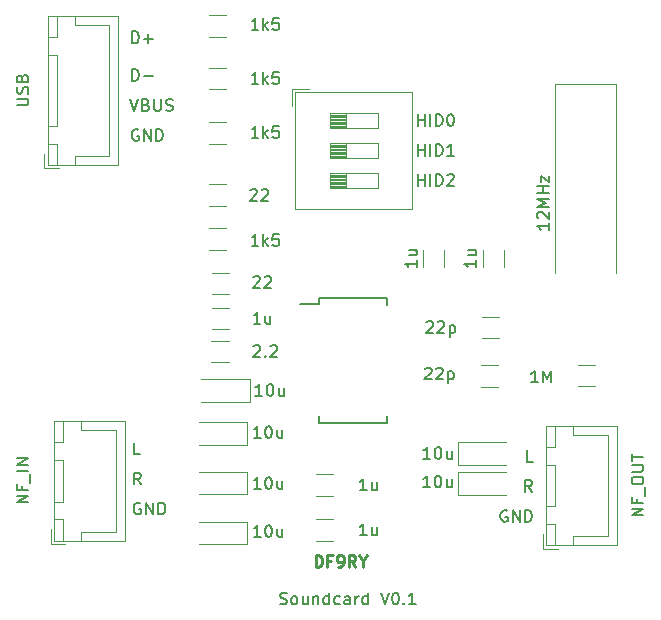
<source format=gbr>
%TF.GenerationSoftware,KiCad,Pcbnew,6.0.11+dfsg-1*%
%TF.CreationDate,2024-01-30T14:39:01+01:00*%
%TF.ProjectId,Langstone-Soundcard,4c616e67-7374-46f6-9e65-2d536f756e64,rev?*%
%TF.SameCoordinates,Original*%
%TF.FileFunction,Legend,Top*%
%TF.FilePolarity,Positive*%
%FSLAX46Y46*%
G04 Gerber Fmt 4.6, Leading zero omitted, Abs format (unit mm)*
G04 Created by KiCad (PCBNEW 6.0.11+dfsg-1) date 2024-01-30 14:39:01*
%MOMM*%
%LPD*%
G01*
G04 APERTURE LIST*
%ADD10C,0.150000*%
%ADD11C,0.250000*%
%ADD12C,0.120000*%
G04 APERTURE END LIST*
D10*
X109370595Y-66612380D02*
X109370595Y-65612380D01*
X109608690Y-65612380D01*
X109751547Y-65660000D01*
X109846785Y-65755238D01*
X109894404Y-65850476D01*
X109942023Y-66040952D01*
X109942023Y-66183809D01*
X109894404Y-66374285D01*
X109846785Y-66469523D01*
X109751547Y-66564761D01*
X109608690Y-66612380D01*
X109370595Y-66612380D01*
X110370595Y-66231428D02*
X111132500Y-66231428D01*
X110751547Y-66612380D02*
X110751547Y-65850476D01*
X110079404Y-105545000D02*
X109984166Y-105497380D01*
X109841309Y-105497380D01*
X109698452Y-105545000D01*
X109603214Y-105640238D01*
X109555595Y-105735476D01*
X109507976Y-105925952D01*
X109507976Y-106068809D01*
X109555595Y-106259285D01*
X109603214Y-106354523D01*
X109698452Y-106449761D01*
X109841309Y-106497380D01*
X109936547Y-106497380D01*
X110079404Y-106449761D01*
X110127023Y-106402142D01*
X110127023Y-106068809D01*
X109936547Y-106068809D01*
X110555595Y-106497380D02*
X110555595Y-105497380D01*
X111127023Y-106497380D01*
X111127023Y-105497380D01*
X111603214Y-106497380D02*
X111603214Y-105497380D01*
X111841309Y-105497380D01*
X111984166Y-105545000D01*
X112079404Y-105640238D01*
X112127023Y-105735476D01*
X112174642Y-105925952D01*
X112174642Y-106068809D01*
X112127023Y-106259285D01*
X112079404Y-106354523D01*
X111984166Y-106449761D01*
X111841309Y-106497380D01*
X111603214Y-106497380D01*
X109370595Y-69787380D02*
X109370595Y-68787380D01*
X109608690Y-68787380D01*
X109751547Y-68835000D01*
X109846785Y-68930238D01*
X109894404Y-69025476D01*
X109942023Y-69215952D01*
X109942023Y-69358809D01*
X109894404Y-69549285D01*
X109846785Y-69644523D01*
X109751547Y-69739761D01*
X109608690Y-69787380D01*
X109370595Y-69787380D01*
X110370595Y-69406428D02*
X111132500Y-69406428D01*
X143317261Y-102052380D02*
X142841071Y-102052380D01*
X142841071Y-101052380D01*
D11*
X124904761Y-110942380D02*
X124904761Y-109942380D01*
X125142857Y-109942380D01*
X125285714Y-109990000D01*
X125380952Y-110085238D01*
X125428571Y-110180476D01*
X125476190Y-110370952D01*
X125476190Y-110513809D01*
X125428571Y-110704285D01*
X125380952Y-110799523D01*
X125285714Y-110894761D01*
X125142857Y-110942380D01*
X124904761Y-110942380D01*
X126238095Y-110418571D02*
X125904761Y-110418571D01*
X125904761Y-110942380D02*
X125904761Y-109942380D01*
X126380952Y-109942380D01*
X126809523Y-110942380D02*
X127000000Y-110942380D01*
X127095238Y-110894761D01*
X127142857Y-110847142D01*
X127238095Y-110704285D01*
X127285714Y-110513809D01*
X127285714Y-110132857D01*
X127238095Y-110037619D01*
X127190476Y-109990000D01*
X127095238Y-109942380D01*
X126904761Y-109942380D01*
X126809523Y-109990000D01*
X126761904Y-110037619D01*
X126714285Y-110132857D01*
X126714285Y-110370952D01*
X126761904Y-110466190D01*
X126809523Y-110513809D01*
X126904761Y-110561428D01*
X127095238Y-110561428D01*
X127190476Y-110513809D01*
X127238095Y-110466190D01*
X127285714Y-110370952D01*
X128285714Y-110942380D02*
X127952380Y-110466190D01*
X127714285Y-110942380D02*
X127714285Y-109942380D01*
X128095238Y-109942380D01*
X128190476Y-109990000D01*
X128238095Y-110037619D01*
X128285714Y-110132857D01*
X128285714Y-110275714D01*
X128238095Y-110370952D01*
X128190476Y-110418571D01*
X128095238Y-110466190D01*
X127714285Y-110466190D01*
X128904761Y-110466190D02*
X128904761Y-110942380D01*
X128571428Y-109942380D02*
X128904761Y-110466190D01*
X129238095Y-109942380D01*
D10*
X110031785Y-101417380D02*
X109555595Y-101417380D01*
X109555595Y-100417380D01*
X121896904Y-114069761D02*
X122039761Y-114117380D01*
X122277857Y-114117380D01*
X122373095Y-114069761D01*
X122420714Y-114022142D01*
X122468333Y-113926904D01*
X122468333Y-113831666D01*
X122420714Y-113736428D01*
X122373095Y-113688809D01*
X122277857Y-113641190D01*
X122087380Y-113593571D01*
X121992142Y-113545952D01*
X121944523Y-113498333D01*
X121896904Y-113403095D01*
X121896904Y-113307857D01*
X121944523Y-113212619D01*
X121992142Y-113165000D01*
X122087380Y-113117380D01*
X122325476Y-113117380D01*
X122468333Y-113165000D01*
X123039761Y-114117380D02*
X122944523Y-114069761D01*
X122896904Y-114022142D01*
X122849285Y-113926904D01*
X122849285Y-113641190D01*
X122896904Y-113545952D01*
X122944523Y-113498333D01*
X123039761Y-113450714D01*
X123182619Y-113450714D01*
X123277857Y-113498333D01*
X123325476Y-113545952D01*
X123373095Y-113641190D01*
X123373095Y-113926904D01*
X123325476Y-114022142D01*
X123277857Y-114069761D01*
X123182619Y-114117380D01*
X123039761Y-114117380D01*
X124230238Y-113450714D02*
X124230238Y-114117380D01*
X123801666Y-113450714D02*
X123801666Y-113974523D01*
X123849285Y-114069761D01*
X123944523Y-114117380D01*
X124087380Y-114117380D01*
X124182619Y-114069761D01*
X124230238Y-114022142D01*
X124706428Y-113450714D02*
X124706428Y-114117380D01*
X124706428Y-113545952D02*
X124754047Y-113498333D01*
X124849285Y-113450714D01*
X124992142Y-113450714D01*
X125087380Y-113498333D01*
X125135000Y-113593571D01*
X125135000Y-114117380D01*
X126039761Y-114117380D02*
X126039761Y-113117380D01*
X126039761Y-114069761D02*
X125944523Y-114117380D01*
X125754047Y-114117380D01*
X125658809Y-114069761D01*
X125611190Y-114022142D01*
X125563571Y-113926904D01*
X125563571Y-113641190D01*
X125611190Y-113545952D01*
X125658809Y-113498333D01*
X125754047Y-113450714D01*
X125944523Y-113450714D01*
X126039761Y-113498333D01*
X126944523Y-114069761D02*
X126849285Y-114117380D01*
X126658809Y-114117380D01*
X126563571Y-114069761D01*
X126515952Y-114022142D01*
X126468333Y-113926904D01*
X126468333Y-113641190D01*
X126515952Y-113545952D01*
X126563571Y-113498333D01*
X126658809Y-113450714D01*
X126849285Y-113450714D01*
X126944523Y-113498333D01*
X127801666Y-114117380D02*
X127801666Y-113593571D01*
X127754047Y-113498333D01*
X127658809Y-113450714D01*
X127468333Y-113450714D01*
X127373095Y-113498333D01*
X127801666Y-114069761D02*
X127706428Y-114117380D01*
X127468333Y-114117380D01*
X127373095Y-114069761D01*
X127325476Y-113974523D01*
X127325476Y-113879285D01*
X127373095Y-113784047D01*
X127468333Y-113736428D01*
X127706428Y-113736428D01*
X127801666Y-113688809D01*
X128277857Y-114117380D02*
X128277857Y-113450714D01*
X128277857Y-113641190D02*
X128325476Y-113545952D01*
X128373095Y-113498333D01*
X128468333Y-113450714D01*
X128563571Y-113450714D01*
X129325476Y-114117380D02*
X129325476Y-113117380D01*
X129325476Y-114069761D02*
X129230238Y-114117380D01*
X129039761Y-114117380D01*
X128944523Y-114069761D01*
X128896904Y-114022142D01*
X128849285Y-113926904D01*
X128849285Y-113641190D01*
X128896904Y-113545952D01*
X128944523Y-113498333D01*
X129039761Y-113450714D01*
X129230238Y-113450714D01*
X129325476Y-113498333D01*
X130420714Y-113117380D02*
X130754047Y-114117380D01*
X131087380Y-113117380D01*
X131611190Y-113117380D02*
X131706428Y-113117380D01*
X131801666Y-113165000D01*
X131849285Y-113212619D01*
X131896904Y-113307857D01*
X131944523Y-113498333D01*
X131944523Y-113736428D01*
X131896904Y-113926904D01*
X131849285Y-114022142D01*
X131801666Y-114069761D01*
X131706428Y-114117380D01*
X131611190Y-114117380D01*
X131515952Y-114069761D01*
X131468333Y-114022142D01*
X131420714Y-113926904D01*
X131373095Y-113736428D01*
X131373095Y-113498333D01*
X131420714Y-113307857D01*
X131468333Y-113212619D01*
X131515952Y-113165000D01*
X131611190Y-113117380D01*
X132373095Y-114022142D02*
X132420714Y-114069761D01*
X132373095Y-114117380D01*
X132325476Y-114069761D01*
X132373095Y-114022142D01*
X132373095Y-114117380D01*
X133373095Y-114117380D02*
X132801666Y-114117380D01*
X133087380Y-114117380D02*
X133087380Y-113117380D01*
X132992142Y-113260238D01*
X132896904Y-113355476D01*
X132801666Y-113403095D01*
X133570000Y-73597380D02*
X133570000Y-72597380D01*
X133570000Y-73073571D02*
X134141428Y-73073571D01*
X134141428Y-73597380D02*
X134141428Y-72597380D01*
X134617619Y-73597380D02*
X134617619Y-72597380D01*
X135093809Y-73597380D02*
X135093809Y-72597380D01*
X135331904Y-72597380D01*
X135474761Y-72645000D01*
X135570000Y-72740238D01*
X135617619Y-72835476D01*
X135665238Y-73025952D01*
X135665238Y-73168809D01*
X135617619Y-73359285D01*
X135570000Y-73454523D01*
X135474761Y-73549761D01*
X135331904Y-73597380D01*
X135093809Y-73597380D01*
X136284285Y-72597380D02*
X136379523Y-72597380D01*
X136474761Y-72645000D01*
X136522380Y-72692619D01*
X136570000Y-72787857D01*
X136617619Y-72978333D01*
X136617619Y-73216428D01*
X136570000Y-73406904D01*
X136522380Y-73502142D01*
X136474761Y-73549761D01*
X136379523Y-73597380D01*
X136284285Y-73597380D01*
X136189047Y-73549761D01*
X136141428Y-73502142D01*
X136093809Y-73406904D01*
X136046190Y-73216428D01*
X136046190Y-72978333D01*
X136093809Y-72787857D01*
X136141428Y-72692619D01*
X136189047Y-72645000D01*
X136284285Y-72597380D01*
X141126785Y-106180000D02*
X141031547Y-106132380D01*
X140888690Y-106132380D01*
X140745833Y-106180000D01*
X140650595Y-106275238D01*
X140602976Y-106370476D01*
X140555357Y-106560952D01*
X140555357Y-106703809D01*
X140602976Y-106894285D01*
X140650595Y-106989523D01*
X140745833Y-107084761D01*
X140888690Y-107132380D01*
X140983928Y-107132380D01*
X141126785Y-107084761D01*
X141174404Y-107037142D01*
X141174404Y-106703809D01*
X140983928Y-106703809D01*
X141602976Y-107132380D02*
X141602976Y-106132380D01*
X142174404Y-107132380D01*
X142174404Y-106132380D01*
X142650595Y-107132380D02*
X142650595Y-106132380D01*
X142888690Y-106132380D01*
X143031547Y-106180000D01*
X143126785Y-106275238D01*
X143174404Y-106370476D01*
X143222023Y-106560952D01*
X143222023Y-106703809D01*
X143174404Y-106894285D01*
X143126785Y-106989523D01*
X143031547Y-107084761D01*
X142888690Y-107132380D01*
X142650595Y-107132380D01*
X133570000Y-78677380D02*
X133570000Y-77677380D01*
X133570000Y-78153571D02*
X134141428Y-78153571D01*
X134141428Y-78677380D02*
X134141428Y-77677380D01*
X134617619Y-78677380D02*
X134617619Y-77677380D01*
X135093809Y-78677380D02*
X135093809Y-77677380D01*
X135331904Y-77677380D01*
X135474761Y-77725000D01*
X135570000Y-77820238D01*
X135617619Y-77915476D01*
X135665238Y-78105952D01*
X135665238Y-78248809D01*
X135617619Y-78439285D01*
X135570000Y-78534523D01*
X135474761Y-78629761D01*
X135331904Y-78677380D01*
X135093809Y-78677380D01*
X136046190Y-77772619D02*
X136093809Y-77725000D01*
X136189047Y-77677380D01*
X136427142Y-77677380D01*
X136522380Y-77725000D01*
X136570000Y-77772619D01*
X136617619Y-77867857D01*
X136617619Y-77963095D01*
X136570000Y-78105952D01*
X135998571Y-78677380D01*
X136617619Y-78677380D01*
X109227738Y-71327380D02*
X109561071Y-72327380D01*
X109894404Y-71327380D01*
X110561071Y-71803571D02*
X110703928Y-71851190D01*
X110751547Y-71898809D01*
X110799166Y-71994047D01*
X110799166Y-72136904D01*
X110751547Y-72232142D01*
X110703928Y-72279761D01*
X110608690Y-72327380D01*
X110227738Y-72327380D01*
X110227738Y-71327380D01*
X110561071Y-71327380D01*
X110656309Y-71375000D01*
X110703928Y-71422619D01*
X110751547Y-71517857D01*
X110751547Y-71613095D01*
X110703928Y-71708333D01*
X110656309Y-71755952D01*
X110561071Y-71803571D01*
X110227738Y-71803571D01*
X111227738Y-71327380D02*
X111227738Y-72136904D01*
X111275357Y-72232142D01*
X111322976Y-72279761D01*
X111418214Y-72327380D01*
X111608690Y-72327380D01*
X111703928Y-72279761D01*
X111751547Y-72232142D01*
X111799166Y-72136904D01*
X111799166Y-71327380D01*
X112227738Y-72279761D02*
X112370595Y-72327380D01*
X112608690Y-72327380D01*
X112703928Y-72279761D01*
X112751547Y-72232142D01*
X112799166Y-72136904D01*
X112799166Y-72041666D01*
X112751547Y-71946428D01*
X112703928Y-71898809D01*
X112608690Y-71851190D01*
X112418214Y-71803571D01*
X112322976Y-71755952D01*
X112275357Y-71708333D01*
X112227738Y-71613095D01*
X112227738Y-71517857D01*
X112275357Y-71422619D01*
X112322976Y-71375000D01*
X112418214Y-71327380D01*
X112656309Y-71327380D01*
X112799166Y-71375000D01*
X110127023Y-103957380D02*
X109793690Y-103481190D01*
X109555595Y-103957380D02*
X109555595Y-102957380D01*
X109936547Y-102957380D01*
X110031785Y-103005000D01*
X110079404Y-103052619D01*
X110127023Y-103147857D01*
X110127023Y-103290714D01*
X110079404Y-103385952D01*
X110031785Y-103433571D01*
X109936547Y-103481190D01*
X109555595Y-103481190D01*
X143222023Y-104592380D02*
X142888690Y-104116190D01*
X142650595Y-104592380D02*
X142650595Y-103592380D01*
X143031547Y-103592380D01*
X143126785Y-103640000D01*
X143174404Y-103687619D01*
X143222023Y-103782857D01*
X143222023Y-103925714D01*
X143174404Y-104020952D01*
X143126785Y-104068571D01*
X143031547Y-104116190D01*
X142650595Y-104116190D01*
X133570000Y-76137380D02*
X133570000Y-75137380D01*
X133570000Y-75613571D02*
X134141428Y-75613571D01*
X134141428Y-76137380D02*
X134141428Y-75137380D01*
X134617619Y-76137380D02*
X134617619Y-75137380D01*
X135093809Y-76137380D02*
X135093809Y-75137380D01*
X135331904Y-75137380D01*
X135474761Y-75185000D01*
X135570000Y-75280238D01*
X135617619Y-75375476D01*
X135665238Y-75565952D01*
X135665238Y-75708809D01*
X135617619Y-75899285D01*
X135570000Y-75994523D01*
X135474761Y-76089761D01*
X135331904Y-76137380D01*
X135093809Y-76137380D01*
X136617619Y-76137380D02*
X136046190Y-76137380D01*
X136331904Y-76137380D02*
X136331904Y-75137380D01*
X136236666Y-75280238D01*
X136141428Y-75375476D01*
X136046190Y-75423095D01*
X109894404Y-73915000D02*
X109799166Y-73867380D01*
X109656309Y-73867380D01*
X109513452Y-73915000D01*
X109418214Y-74010238D01*
X109370595Y-74105476D01*
X109322976Y-74295952D01*
X109322976Y-74438809D01*
X109370595Y-74629285D01*
X109418214Y-74724523D01*
X109513452Y-74819761D01*
X109656309Y-74867380D01*
X109751547Y-74867380D01*
X109894404Y-74819761D01*
X109942023Y-74772142D01*
X109942023Y-74438809D01*
X109751547Y-74438809D01*
X110370595Y-74867380D02*
X110370595Y-73867380D01*
X110942023Y-74867380D01*
X110942023Y-73867380D01*
X111418214Y-74867380D02*
X111418214Y-73867380D01*
X111656309Y-73867380D01*
X111799166Y-73915000D01*
X111894404Y-74010238D01*
X111942023Y-74105476D01*
X111989642Y-74295952D01*
X111989642Y-74438809D01*
X111942023Y-74629285D01*
X111894404Y-74724523D01*
X111799166Y-74819761D01*
X111656309Y-74867380D01*
X111418214Y-74867380D01*
%TO.C,R6*%
X119380095Y-79049619D02*
X119427714Y-79002000D01*
X119522952Y-78954380D01*
X119761047Y-78954380D01*
X119856285Y-79002000D01*
X119903904Y-79049619D01*
X119951523Y-79144857D01*
X119951523Y-79240095D01*
X119903904Y-79382952D01*
X119332476Y-79954380D01*
X119951523Y-79954380D01*
X120332476Y-79049619D02*
X120380095Y-79002000D01*
X120475333Y-78954380D01*
X120713428Y-78954380D01*
X120808666Y-79002000D01*
X120856285Y-79049619D01*
X120903904Y-79144857D01*
X120903904Y-79240095D01*
X120856285Y-79382952D01*
X120284857Y-79954380D01*
X120903904Y-79954380D01*
%TO.C,C4*%
X133476380Y-85002666D02*
X133476380Y-85574095D01*
X133476380Y-85288380D02*
X132476380Y-85288380D01*
X132619238Y-85383619D01*
X132714476Y-85478857D01*
X132762095Y-85574095D01*
X132809714Y-84145523D02*
X133476380Y-84145523D01*
X132809714Y-84574095D02*
X133333523Y-84574095D01*
X133428761Y-84526476D01*
X133476380Y-84431238D01*
X133476380Y-84288380D01*
X133428761Y-84193142D01*
X133381142Y-84145523D01*
%TO.C,C1*%
X120261142Y-100020380D02*
X119689714Y-100020380D01*
X119975428Y-100020380D02*
X119975428Y-99020380D01*
X119880190Y-99163238D01*
X119784952Y-99258476D01*
X119689714Y-99306095D01*
X120880190Y-99020380D02*
X120975428Y-99020380D01*
X121070666Y-99068000D01*
X121118285Y-99115619D01*
X121165904Y-99210857D01*
X121213523Y-99401333D01*
X121213523Y-99639428D01*
X121165904Y-99829904D01*
X121118285Y-99925142D01*
X121070666Y-99972761D01*
X120975428Y-100020380D01*
X120880190Y-100020380D01*
X120784952Y-99972761D01*
X120737333Y-99925142D01*
X120689714Y-99829904D01*
X120642095Y-99639428D01*
X120642095Y-99401333D01*
X120689714Y-99210857D01*
X120737333Y-99115619D01*
X120784952Y-99068000D01*
X120880190Y-99020380D01*
X122070666Y-99353714D02*
X122070666Y-100020380D01*
X121642095Y-99353714D02*
X121642095Y-99877523D01*
X121689714Y-99972761D01*
X121784952Y-100020380D01*
X121927809Y-100020380D01*
X122023047Y-99972761D01*
X122070666Y-99925142D01*
%TO.C,J1*%
X100597380Y-105482142D02*
X99597380Y-105482142D01*
X100597380Y-104910714D01*
X99597380Y-104910714D01*
X100073571Y-104101190D02*
X100073571Y-104434523D01*
X100597380Y-104434523D02*
X99597380Y-104434523D01*
X99597380Y-103958333D01*
X100692619Y-103815476D02*
X100692619Y-103053571D01*
X100597380Y-102815476D02*
X99597380Y-102815476D01*
X100597380Y-102339285D02*
X99597380Y-102339285D01*
X100597380Y-101767857D01*
X99597380Y-101767857D01*
%TO.C,C9*%
X138501380Y-85002666D02*
X138501380Y-85574095D01*
X138501380Y-85288380D02*
X137501380Y-85288380D01*
X137644238Y-85383619D01*
X137739476Y-85478857D01*
X137787095Y-85574095D01*
X137834714Y-84145523D02*
X138501380Y-84145523D01*
X137834714Y-84574095D02*
X138358523Y-84574095D01*
X138453761Y-84526476D01*
X138501380Y-84431238D01*
X138501380Y-84288380D01*
X138453761Y-84193142D01*
X138406142Y-84145523D01*
%TO.C,C5*%
X120388142Y-96464380D02*
X119816714Y-96464380D01*
X120102428Y-96464380D02*
X120102428Y-95464380D01*
X120007190Y-95607238D01*
X119911952Y-95702476D01*
X119816714Y-95750095D01*
X121007190Y-95464380D02*
X121102428Y-95464380D01*
X121197666Y-95512000D01*
X121245285Y-95559619D01*
X121292904Y-95654857D01*
X121340523Y-95845333D01*
X121340523Y-96083428D01*
X121292904Y-96273904D01*
X121245285Y-96369142D01*
X121197666Y-96416761D01*
X121102428Y-96464380D01*
X121007190Y-96464380D01*
X120911952Y-96416761D01*
X120864333Y-96369142D01*
X120816714Y-96273904D01*
X120769095Y-96083428D01*
X120769095Y-95845333D01*
X120816714Y-95654857D01*
X120864333Y-95559619D01*
X120911952Y-95512000D01*
X121007190Y-95464380D01*
X122197666Y-95797714D02*
X122197666Y-96464380D01*
X121769095Y-95797714D02*
X121769095Y-96321523D01*
X121816714Y-96416761D01*
X121911952Y-96464380D01*
X122054809Y-96464380D01*
X122150047Y-96416761D01*
X122197666Y-96369142D01*
%TO.C,R2*%
X120054761Y-70048380D02*
X119483333Y-70048380D01*
X119769047Y-70048380D02*
X119769047Y-69048380D01*
X119673809Y-69191238D01*
X119578571Y-69286476D01*
X119483333Y-69334095D01*
X120483333Y-70048380D02*
X120483333Y-69048380D01*
X120578571Y-69667428D02*
X120864285Y-70048380D01*
X120864285Y-69381714D02*
X120483333Y-69762666D01*
X121769047Y-69048380D02*
X121292857Y-69048380D01*
X121245238Y-69524571D01*
X121292857Y-69476952D01*
X121388095Y-69429333D01*
X121626190Y-69429333D01*
X121721428Y-69476952D01*
X121769047Y-69524571D01*
X121816666Y-69619809D01*
X121816666Y-69857904D01*
X121769047Y-69953142D01*
X121721428Y-70000761D01*
X121626190Y-70048380D01*
X121388095Y-70048380D01*
X121292857Y-70000761D01*
X121245238Y-69953142D01*
%TO.C,C6*%
X120261142Y-108402380D02*
X119689714Y-108402380D01*
X119975428Y-108402380D02*
X119975428Y-107402380D01*
X119880190Y-107545238D01*
X119784952Y-107640476D01*
X119689714Y-107688095D01*
X120880190Y-107402380D02*
X120975428Y-107402380D01*
X121070666Y-107450000D01*
X121118285Y-107497619D01*
X121165904Y-107592857D01*
X121213523Y-107783333D01*
X121213523Y-108021428D01*
X121165904Y-108211904D01*
X121118285Y-108307142D01*
X121070666Y-108354761D01*
X120975428Y-108402380D01*
X120880190Y-108402380D01*
X120784952Y-108354761D01*
X120737333Y-108307142D01*
X120689714Y-108211904D01*
X120642095Y-108021428D01*
X120642095Y-107783333D01*
X120689714Y-107592857D01*
X120737333Y-107497619D01*
X120784952Y-107450000D01*
X120880190Y-107402380D01*
X122070666Y-107735714D02*
X122070666Y-108402380D01*
X121642095Y-107735714D02*
X121642095Y-108259523D01*
X121689714Y-108354761D01*
X121784952Y-108402380D01*
X121927809Y-108402380D01*
X122023047Y-108354761D01*
X122070666Y-108307142D01*
%TO.C,C12*%
X134294714Y-90225619D02*
X134342333Y-90178000D01*
X134437571Y-90130380D01*
X134675666Y-90130380D01*
X134770904Y-90178000D01*
X134818523Y-90225619D01*
X134866142Y-90320857D01*
X134866142Y-90416095D01*
X134818523Y-90558952D01*
X134247095Y-91130380D01*
X134866142Y-91130380D01*
X135247095Y-90225619D02*
X135294714Y-90178000D01*
X135389952Y-90130380D01*
X135628047Y-90130380D01*
X135723285Y-90178000D01*
X135770904Y-90225619D01*
X135818523Y-90320857D01*
X135818523Y-90416095D01*
X135770904Y-90558952D01*
X135199476Y-91130380D01*
X135818523Y-91130380D01*
X136247095Y-90463714D02*
X136247095Y-91463714D01*
X136247095Y-90511333D02*
X136342333Y-90463714D01*
X136532809Y-90463714D01*
X136628047Y-90511333D01*
X136675666Y-90558952D01*
X136723285Y-90654190D01*
X136723285Y-90939904D01*
X136675666Y-91035142D01*
X136628047Y-91082761D01*
X136532809Y-91130380D01*
X136342333Y-91130380D01*
X136247095Y-91082761D01*
%TO.C,R3*%
X120054761Y-74620380D02*
X119483333Y-74620380D01*
X119769047Y-74620380D02*
X119769047Y-73620380D01*
X119673809Y-73763238D01*
X119578571Y-73858476D01*
X119483333Y-73906095D01*
X120483333Y-74620380D02*
X120483333Y-73620380D01*
X120578571Y-74239428D02*
X120864285Y-74620380D01*
X120864285Y-73953714D02*
X120483333Y-74334666D01*
X121769047Y-73620380D02*
X121292857Y-73620380D01*
X121245238Y-74096571D01*
X121292857Y-74048952D01*
X121388095Y-74001333D01*
X121626190Y-74001333D01*
X121721428Y-74048952D01*
X121769047Y-74096571D01*
X121816666Y-74191809D01*
X121816666Y-74429904D01*
X121769047Y-74525142D01*
X121721428Y-74572761D01*
X121626190Y-74620380D01*
X121388095Y-74620380D01*
X121292857Y-74572761D01*
X121245238Y-74525142D01*
%TO.C,C13*%
X134167714Y-94162619D02*
X134215333Y-94115000D01*
X134310571Y-94067380D01*
X134548666Y-94067380D01*
X134643904Y-94115000D01*
X134691523Y-94162619D01*
X134739142Y-94257857D01*
X134739142Y-94353095D01*
X134691523Y-94495952D01*
X134120095Y-95067380D01*
X134739142Y-95067380D01*
X135120095Y-94162619D02*
X135167714Y-94115000D01*
X135262952Y-94067380D01*
X135501047Y-94067380D01*
X135596285Y-94115000D01*
X135643904Y-94162619D01*
X135691523Y-94257857D01*
X135691523Y-94353095D01*
X135643904Y-94495952D01*
X135072476Y-95067380D01*
X135691523Y-95067380D01*
X136120095Y-94400714D02*
X136120095Y-95400714D01*
X136120095Y-94448333D02*
X136215333Y-94400714D01*
X136405809Y-94400714D01*
X136501047Y-94448333D01*
X136548666Y-94495952D01*
X136596285Y-94591190D01*
X136596285Y-94876904D01*
X136548666Y-94972142D01*
X136501047Y-95019761D01*
X136405809Y-95067380D01*
X136215333Y-95067380D01*
X136120095Y-95019761D01*
%TO.C,C7*%
X129246333Y-108275380D02*
X128674904Y-108275380D01*
X128960619Y-108275380D02*
X128960619Y-107275380D01*
X128865380Y-107418238D01*
X128770142Y-107513476D01*
X128674904Y-107561095D01*
X130103476Y-107608714D02*
X130103476Y-108275380D01*
X129674904Y-107608714D02*
X129674904Y-108132523D01*
X129722523Y-108227761D01*
X129817761Y-108275380D01*
X129960619Y-108275380D01*
X130055857Y-108227761D01*
X130103476Y-108180142D01*
%TO.C,R1*%
X120054761Y-65476380D02*
X119483333Y-65476380D01*
X119769047Y-65476380D02*
X119769047Y-64476380D01*
X119673809Y-64619238D01*
X119578571Y-64714476D01*
X119483333Y-64762095D01*
X120483333Y-65476380D02*
X120483333Y-64476380D01*
X120578571Y-65095428D02*
X120864285Y-65476380D01*
X120864285Y-64809714D02*
X120483333Y-65190666D01*
X121769047Y-64476380D02*
X121292857Y-64476380D01*
X121245238Y-64952571D01*
X121292857Y-64904952D01*
X121388095Y-64857333D01*
X121626190Y-64857333D01*
X121721428Y-64904952D01*
X121769047Y-64952571D01*
X121816666Y-65047809D01*
X121816666Y-65285904D01*
X121769047Y-65381142D01*
X121721428Y-65428761D01*
X121626190Y-65476380D01*
X121388095Y-65476380D01*
X121292857Y-65428761D01*
X121245238Y-65381142D01*
%TO.C,Y1*%
X144672380Y-81820476D02*
X144672380Y-82391904D01*
X144672380Y-82106190D02*
X143672380Y-82106190D01*
X143815238Y-82201428D01*
X143910476Y-82296666D01*
X143958095Y-82391904D01*
X143767619Y-81439523D02*
X143720000Y-81391904D01*
X143672380Y-81296666D01*
X143672380Y-81058571D01*
X143720000Y-80963333D01*
X143767619Y-80915714D01*
X143862857Y-80868095D01*
X143958095Y-80868095D01*
X144100952Y-80915714D01*
X144672380Y-81487142D01*
X144672380Y-80868095D01*
X144672380Y-80439523D02*
X143672380Y-80439523D01*
X144386666Y-80106190D01*
X143672380Y-79772857D01*
X144672380Y-79772857D01*
X144672380Y-79296666D02*
X143672380Y-79296666D01*
X144148571Y-79296666D02*
X144148571Y-78725238D01*
X144672380Y-78725238D02*
X143672380Y-78725238D01*
X144005714Y-78344285D02*
X144005714Y-77820476D01*
X144672380Y-78344285D01*
X144672380Y-77820476D01*
%TO.C,C8*%
X129246333Y-104465380D02*
X128674904Y-104465380D01*
X128960619Y-104465380D02*
X128960619Y-103465380D01*
X128865380Y-103608238D01*
X128770142Y-103703476D01*
X128674904Y-103751095D01*
X130103476Y-103798714D02*
X130103476Y-104465380D01*
X129674904Y-103798714D02*
X129674904Y-104322523D01*
X129722523Y-104417761D01*
X129817761Y-104465380D01*
X129960619Y-104465380D01*
X130055857Y-104417761D01*
X130103476Y-104370142D01*
%TO.C,J3*%
X152667380Y-106588809D02*
X151667380Y-106588809D01*
X152667380Y-106017380D01*
X151667380Y-106017380D01*
X152143571Y-105207857D02*
X152143571Y-105541190D01*
X152667380Y-105541190D02*
X151667380Y-105541190D01*
X151667380Y-105065000D01*
X152762619Y-104922142D02*
X152762619Y-104160238D01*
X151667380Y-103731666D02*
X151667380Y-103541190D01*
X151715000Y-103445952D01*
X151810238Y-103350714D01*
X152000714Y-103303095D01*
X152334047Y-103303095D01*
X152524523Y-103350714D01*
X152619761Y-103445952D01*
X152667380Y-103541190D01*
X152667380Y-103731666D01*
X152619761Y-103826904D01*
X152524523Y-103922142D01*
X152334047Y-103969761D01*
X152000714Y-103969761D01*
X151810238Y-103922142D01*
X151715000Y-103826904D01*
X151667380Y-103731666D01*
X151667380Y-102874523D02*
X152476904Y-102874523D01*
X152572142Y-102826904D01*
X152619761Y-102779285D01*
X152667380Y-102684047D01*
X152667380Y-102493571D01*
X152619761Y-102398333D01*
X152572142Y-102350714D01*
X152476904Y-102303095D01*
X151667380Y-102303095D01*
X151667380Y-101969761D02*
X151667380Y-101398333D01*
X152667380Y-101684047D02*
X151667380Y-101684047D01*
%TO.C,R4*%
X119650000Y-92257619D02*
X119697619Y-92210000D01*
X119792857Y-92162380D01*
X120030952Y-92162380D01*
X120126190Y-92210000D01*
X120173809Y-92257619D01*
X120221428Y-92352857D01*
X120221428Y-92448095D01*
X120173809Y-92590952D01*
X119602380Y-93162380D01*
X120221428Y-93162380D01*
X120650000Y-93067142D02*
X120697619Y-93114761D01*
X120650000Y-93162380D01*
X120602380Y-93114761D01*
X120650000Y-93067142D01*
X120650000Y-93162380D01*
X121078571Y-92257619D02*
X121126190Y-92210000D01*
X121221428Y-92162380D01*
X121459523Y-92162380D01*
X121554761Y-92210000D01*
X121602380Y-92257619D01*
X121650000Y-92352857D01*
X121650000Y-92448095D01*
X121602380Y-92590952D01*
X121030952Y-93162380D01*
X121650000Y-93162380D01*
%TO.C,C11*%
X134612142Y-104211380D02*
X134040714Y-104211380D01*
X134326428Y-104211380D02*
X134326428Y-103211380D01*
X134231190Y-103354238D01*
X134135952Y-103449476D01*
X134040714Y-103497095D01*
X135231190Y-103211380D02*
X135326428Y-103211380D01*
X135421666Y-103259000D01*
X135469285Y-103306619D01*
X135516904Y-103401857D01*
X135564523Y-103592333D01*
X135564523Y-103830428D01*
X135516904Y-104020904D01*
X135469285Y-104116142D01*
X135421666Y-104163761D01*
X135326428Y-104211380D01*
X135231190Y-104211380D01*
X135135952Y-104163761D01*
X135088333Y-104116142D01*
X135040714Y-104020904D01*
X134993095Y-103830428D01*
X134993095Y-103592333D01*
X135040714Y-103401857D01*
X135088333Y-103306619D01*
X135135952Y-103259000D01*
X135231190Y-103211380D01*
X136421666Y-103544714D02*
X136421666Y-104211380D01*
X135993095Y-103544714D02*
X135993095Y-104068523D01*
X136040714Y-104163761D01*
X136135952Y-104211380D01*
X136278809Y-104211380D01*
X136374047Y-104163761D01*
X136421666Y-104116142D01*
%TO.C,R5*%
X120054761Y-83764380D02*
X119483333Y-83764380D01*
X119769047Y-83764380D02*
X119769047Y-82764380D01*
X119673809Y-82907238D01*
X119578571Y-83002476D01*
X119483333Y-83050095D01*
X120483333Y-83764380D02*
X120483333Y-82764380D01*
X120578571Y-83383428D02*
X120864285Y-83764380D01*
X120864285Y-83097714D02*
X120483333Y-83478666D01*
X121769047Y-82764380D02*
X121292857Y-82764380D01*
X121245238Y-83240571D01*
X121292857Y-83192952D01*
X121388095Y-83145333D01*
X121626190Y-83145333D01*
X121721428Y-83192952D01*
X121769047Y-83240571D01*
X121816666Y-83335809D01*
X121816666Y-83573904D01*
X121769047Y-83669142D01*
X121721428Y-83716761D01*
X121626190Y-83764380D01*
X121388095Y-83764380D01*
X121292857Y-83716761D01*
X121245238Y-83669142D01*
%TO.C,C2*%
X120261142Y-104338380D02*
X119689714Y-104338380D01*
X119975428Y-104338380D02*
X119975428Y-103338380D01*
X119880190Y-103481238D01*
X119784952Y-103576476D01*
X119689714Y-103624095D01*
X120880190Y-103338380D02*
X120975428Y-103338380D01*
X121070666Y-103386000D01*
X121118285Y-103433619D01*
X121165904Y-103528857D01*
X121213523Y-103719333D01*
X121213523Y-103957428D01*
X121165904Y-104147904D01*
X121118285Y-104243142D01*
X121070666Y-104290761D01*
X120975428Y-104338380D01*
X120880190Y-104338380D01*
X120784952Y-104290761D01*
X120737333Y-104243142D01*
X120689714Y-104147904D01*
X120642095Y-103957428D01*
X120642095Y-103719333D01*
X120689714Y-103528857D01*
X120737333Y-103433619D01*
X120784952Y-103386000D01*
X120880190Y-103338380D01*
X122070666Y-103671714D02*
X122070666Y-104338380D01*
X121642095Y-103671714D02*
X121642095Y-104195523D01*
X121689714Y-104290761D01*
X121784952Y-104338380D01*
X121927809Y-104338380D01*
X122023047Y-104290761D01*
X122070666Y-104243142D01*
%TO.C,R7*%
X119634095Y-86415619D02*
X119681714Y-86368000D01*
X119776952Y-86320380D01*
X120015047Y-86320380D01*
X120110285Y-86368000D01*
X120157904Y-86415619D01*
X120205523Y-86510857D01*
X120205523Y-86606095D01*
X120157904Y-86748952D01*
X119586476Y-87320380D01*
X120205523Y-87320380D01*
X120586476Y-86415619D02*
X120634095Y-86368000D01*
X120729333Y-86320380D01*
X120967428Y-86320380D01*
X121062666Y-86368000D01*
X121110285Y-86415619D01*
X121157904Y-86510857D01*
X121157904Y-86606095D01*
X121110285Y-86748952D01*
X120538857Y-87320380D01*
X121157904Y-87320380D01*
%TO.C,J2*%
X99597380Y-71866904D02*
X100406904Y-71866904D01*
X100502142Y-71819285D01*
X100549761Y-71771666D01*
X100597380Y-71676428D01*
X100597380Y-71485952D01*
X100549761Y-71390714D01*
X100502142Y-71343095D01*
X100406904Y-71295476D01*
X99597380Y-71295476D01*
X100549761Y-70866904D02*
X100597380Y-70724047D01*
X100597380Y-70485952D01*
X100549761Y-70390714D01*
X100502142Y-70343095D01*
X100406904Y-70295476D01*
X100311666Y-70295476D01*
X100216428Y-70343095D01*
X100168809Y-70390714D01*
X100121190Y-70485952D01*
X100073571Y-70676428D01*
X100025952Y-70771666D01*
X99978333Y-70819285D01*
X99883095Y-70866904D01*
X99787857Y-70866904D01*
X99692619Y-70819285D01*
X99645000Y-70771666D01*
X99597380Y-70676428D01*
X99597380Y-70438333D01*
X99645000Y-70295476D01*
X100073571Y-69533571D02*
X100121190Y-69390714D01*
X100168809Y-69343095D01*
X100264047Y-69295476D01*
X100406904Y-69295476D01*
X100502142Y-69343095D01*
X100549761Y-69390714D01*
X100597380Y-69485952D01*
X100597380Y-69866904D01*
X99597380Y-69866904D01*
X99597380Y-69533571D01*
X99645000Y-69438333D01*
X99692619Y-69390714D01*
X99787857Y-69343095D01*
X99883095Y-69343095D01*
X99978333Y-69390714D01*
X100025952Y-69438333D01*
X100073571Y-69533571D01*
X100073571Y-69866904D01*
%TO.C,R8*%
X143732285Y-95321380D02*
X143160857Y-95321380D01*
X143446571Y-95321380D02*
X143446571Y-94321380D01*
X143351333Y-94464238D01*
X143256095Y-94559476D01*
X143160857Y-94607095D01*
X144160857Y-95321380D02*
X144160857Y-94321380D01*
X144494190Y-95035666D01*
X144827523Y-94321380D01*
X144827523Y-95321380D01*
%TO.C,C3*%
X120229333Y-90368380D02*
X119657904Y-90368380D01*
X119943619Y-90368380D02*
X119943619Y-89368380D01*
X119848380Y-89511238D01*
X119753142Y-89606476D01*
X119657904Y-89654095D01*
X121086476Y-89701714D02*
X121086476Y-90368380D01*
X120657904Y-89701714D02*
X120657904Y-90225523D01*
X120705523Y-90320761D01*
X120800761Y-90368380D01*
X120943619Y-90368380D01*
X121038857Y-90320761D01*
X121086476Y-90273142D01*
%TO.C,C10*%
X134612142Y-101798380D02*
X134040714Y-101798380D01*
X134326428Y-101798380D02*
X134326428Y-100798380D01*
X134231190Y-100941238D01*
X134135952Y-101036476D01*
X134040714Y-101084095D01*
X135231190Y-100798380D02*
X135326428Y-100798380D01*
X135421666Y-100846000D01*
X135469285Y-100893619D01*
X135516904Y-100988857D01*
X135564523Y-101179333D01*
X135564523Y-101417428D01*
X135516904Y-101607904D01*
X135469285Y-101703142D01*
X135421666Y-101750761D01*
X135326428Y-101798380D01*
X135231190Y-101798380D01*
X135135952Y-101750761D01*
X135088333Y-101703142D01*
X135040714Y-101607904D01*
X134993095Y-101417428D01*
X134993095Y-101179333D01*
X135040714Y-100988857D01*
X135088333Y-100893619D01*
X135135952Y-100846000D01*
X135231190Y-100798380D01*
X136421666Y-101131714D02*
X136421666Y-101798380D01*
X135993095Y-101131714D02*
X135993095Y-101655523D01*
X136040714Y-101750761D01*
X136135952Y-101798380D01*
X136278809Y-101798380D01*
X136374047Y-101750761D01*
X136421666Y-101703142D01*
D12*
%TO.C,R6*%
X115882936Y-78530000D02*
X117337064Y-78530000D01*
X115882936Y-80350000D02*
X117337064Y-80350000D01*
%TO.C,C4*%
X135784000Y-84124748D02*
X135784000Y-85547252D01*
X133964000Y-84124748D02*
X133964000Y-85547252D01*
%TO.C,C1*%
X119135000Y-100585000D02*
X119135000Y-98715000D01*
X115050000Y-100585000D02*
X119135000Y-100585000D01*
X119135000Y-98715000D02*
X115050000Y-98715000D01*
%TO.C,J1*%
X108735000Y-108725000D02*
X108735000Y-98605000D01*
X103525000Y-101915000D02*
X102775000Y-101915000D01*
X105025000Y-98615000D02*
X105025000Y-99365000D01*
X105025000Y-108715000D02*
X105025000Y-107965000D01*
X102475000Y-109015000D02*
X103725000Y-109015000D01*
X102765000Y-108725000D02*
X108735000Y-108725000D01*
X107975000Y-107965000D02*
X107975000Y-103665000D01*
X102775000Y-105415000D02*
X103525000Y-105415000D01*
X105025000Y-99365000D02*
X107975000Y-99365000D01*
X102775000Y-106915000D02*
X102775000Y-108715000D01*
X102775000Y-100415000D02*
X103525000Y-100415000D01*
X103525000Y-100415000D02*
X103525000Y-98615000D01*
X102775000Y-101915000D02*
X102775000Y-105415000D01*
X102775000Y-98615000D02*
X102775000Y-100415000D01*
X103525000Y-105415000D02*
X103525000Y-101915000D01*
X108735000Y-98605000D02*
X102765000Y-98605000D01*
X102475000Y-107765000D02*
X102475000Y-109015000D01*
X105025000Y-107965000D02*
X107975000Y-107965000D01*
X102775000Y-108715000D02*
X103525000Y-108715000D01*
X103525000Y-106915000D02*
X102775000Y-106915000D01*
X102765000Y-98605000D02*
X102765000Y-108725000D01*
X103525000Y-98615000D02*
X102775000Y-98615000D01*
X103525000Y-108715000D02*
X103525000Y-106915000D01*
X107975000Y-99365000D02*
X107975000Y-103665000D01*
%TO.C,C9*%
X140864000Y-85547252D02*
X140864000Y-84124748D01*
X139044000Y-85547252D02*
X139044000Y-84124748D01*
%TO.C,C5*%
X119325000Y-96947000D02*
X119325000Y-95077000D01*
X119325000Y-95077000D02*
X115240000Y-95077000D01*
X115240000Y-96947000D02*
X119325000Y-96947000D01*
%TO.C,R2*%
X115882936Y-70495000D02*
X117337064Y-70495000D01*
X115882936Y-68675000D02*
X117337064Y-68675000D01*
%TO.C,C6*%
X119140000Y-109005000D02*
X119140000Y-107135000D01*
X115055000Y-109005000D02*
X119140000Y-109005000D01*
X119140000Y-107135000D02*
X115055000Y-107135000D01*
%TO.C,C12*%
X138988748Y-91588000D02*
X140411252Y-91588000D01*
X138988748Y-89768000D02*
X140411252Y-89768000D01*
D10*
%TO.C,U1*%
X125210000Y-98790000D02*
X130960000Y-98790000D01*
X130960000Y-98790000D02*
X130960000Y-98140000D01*
X125210000Y-98790000D02*
X125210000Y-98140000D01*
X125210000Y-88715000D02*
X123610000Y-88715000D01*
X125210000Y-88140000D02*
X130960000Y-88140000D01*
X125210000Y-88140000D02*
X125210000Y-88715000D01*
X130960000Y-88140000D02*
X130960000Y-88790000D01*
D12*
%TO.C,R3*%
X115882936Y-75100000D02*
X117337064Y-75100000D01*
X115882936Y-73280000D02*
X117337064Y-73280000D01*
%TO.C,C13*%
X138908748Y-95705000D02*
X140331252Y-95705000D01*
X138908748Y-93885000D02*
X140331252Y-93885000D01*
%TO.C,C7*%
X126372252Y-108713000D02*
X124949748Y-108713000D01*
X126372252Y-106893000D02*
X124949748Y-106893000D01*
%TO.C,R1*%
X115882936Y-64230000D02*
X117337064Y-64230000D01*
X115882936Y-66050000D02*
X117337064Y-66050000D01*
%TO.C,Y1*%
X150320000Y-70055000D02*
X145220000Y-70055000D01*
X145220000Y-70055000D02*
X145220000Y-86030000D01*
X150320000Y-86030000D02*
X150320000Y-70055000D01*
%TO.C,C8*%
X126372252Y-104903000D02*
X124949748Y-104903000D01*
X126372252Y-103083000D02*
X124949748Y-103083000D01*
%TO.C,J3*%
X149657500Y-99765000D02*
X149657500Y-104065000D01*
X145207500Y-109115000D02*
X145207500Y-107315000D01*
X144157500Y-109415000D02*
X145407500Y-109415000D01*
X144457500Y-102315000D02*
X144457500Y-105815000D01*
X144457500Y-105815000D02*
X145207500Y-105815000D01*
X150417500Y-109125000D02*
X150417500Y-99005000D01*
X146707500Y-99015000D02*
X146707500Y-99765000D01*
X146707500Y-108365000D02*
X149657500Y-108365000D01*
X144157500Y-108165000D02*
X144157500Y-109415000D01*
X145207500Y-99015000D02*
X144457500Y-99015000D01*
X146707500Y-99765000D02*
X149657500Y-99765000D01*
X144457500Y-109115000D02*
X145207500Y-109115000D01*
X144447500Y-109125000D02*
X150417500Y-109125000D01*
X145207500Y-102315000D02*
X144457500Y-102315000D01*
X146707500Y-109115000D02*
X146707500Y-108365000D01*
X144457500Y-107315000D02*
X144457500Y-109115000D01*
X144457500Y-99015000D02*
X144457500Y-100815000D01*
X144447500Y-99005000D02*
X144447500Y-109125000D01*
X150417500Y-99005000D02*
X144447500Y-99005000D01*
X145207500Y-105815000D02*
X145207500Y-102315000D01*
X144457500Y-100815000D02*
X145207500Y-100815000D01*
X149657500Y-108365000D02*
X149657500Y-104065000D01*
X145207500Y-100815000D02*
X145207500Y-99015000D01*
X145207500Y-107315000D02*
X144457500Y-107315000D01*
%TO.C,R4*%
X116088936Y-91800000D02*
X117543064Y-91800000D01*
X116088936Y-93620000D02*
X117543064Y-93620000D01*
%TO.C,C11*%
X141046000Y-102951000D02*
X136961000Y-102951000D01*
X136961000Y-102951000D02*
X136961000Y-104821000D01*
X136961000Y-104821000D02*
X141046000Y-104821000D01*
%TO.C,R5*%
X115882936Y-82290000D02*
X117337064Y-82290000D01*
X115882936Y-84110000D02*
X117337064Y-84110000D01*
%TO.C,C2*%
X119140000Y-102940000D02*
X115055000Y-102940000D01*
X115055000Y-104810000D02*
X119140000Y-104810000D01*
X119140000Y-104810000D02*
X119140000Y-102940000D01*
%TO.C,R7*%
X116138936Y-86060000D02*
X117593064Y-86060000D01*
X116138936Y-87880000D02*
X117593064Y-87880000D01*
%TO.C,J2*%
X104500000Y-64305000D02*
X104500000Y-65055000D01*
X103000000Y-64305000D02*
X102250000Y-64305000D01*
X102250000Y-75105000D02*
X102250000Y-76905000D01*
X102250000Y-66105000D02*
X103000000Y-66105000D01*
X103000000Y-66105000D02*
X103000000Y-64305000D01*
X103000000Y-67605000D02*
X102250000Y-67605000D01*
X102240000Y-76915000D02*
X108210000Y-76915000D01*
X108210000Y-64295000D02*
X102240000Y-64295000D01*
X103000000Y-73605000D02*
X103000000Y-67605000D01*
X102250000Y-76905000D02*
X103000000Y-76905000D01*
X104500000Y-65055000D02*
X107450000Y-65055000D01*
X104500000Y-76155000D02*
X107450000Y-76155000D01*
X102250000Y-73605000D02*
X103000000Y-73605000D01*
X102250000Y-67605000D02*
X102250000Y-73605000D01*
X103000000Y-75105000D02*
X102250000Y-75105000D01*
X104500000Y-76905000D02*
X104500000Y-76155000D01*
X101950000Y-77205000D02*
X103200000Y-77205000D01*
X102250000Y-64305000D02*
X102250000Y-66105000D01*
X101950000Y-75955000D02*
X101950000Y-77205000D01*
X107450000Y-65055000D02*
X107450000Y-70605000D01*
X107450000Y-76155000D02*
X107450000Y-70605000D01*
X103000000Y-76905000D02*
X103000000Y-75105000D01*
X102240000Y-64295000D02*
X102240000Y-76915000D01*
X108210000Y-76915000D02*
X108210000Y-64295000D01*
%TO.C,R8*%
X147100936Y-93832000D02*
X148555064Y-93832000D01*
X147100936Y-95652000D02*
X148555064Y-95652000D01*
%TO.C,SW1*%
X126097500Y-78805000D02*
X127450833Y-78805000D01*
X126097500Y-75185000D02*
X127450833Y-75185000D01*
X126097500Y-75425000D02*
X127450833Y-75425000D01*
X126097500Y-72765000D02*
X127450833Y-72765000D01*
X126097500Y-78445000D02*
X127450833Y-78445000D01*
X123177500Y-70740000D02*
X123177500Y-80660000D01*
X126097500Y-78685000D02*
X127450833Y-78685000D01*
X126097500Y-72525000D02*
X126097500Y-73795000D01*
X126097500Y-73485000D02*
X127450833Y-73485000D01*
X126097500Y-75305000D02*
X127450833Y-75305000D01*
X126097500Y-73605000D02*
X127450833Y-73605000D01*
X127450833Y-75065000D02*
X127450833Y-76335000D01*
X126097500Y-72645000D02*
X127450833Y-72645000D01*
X126097500Y-75065000D02*
X126097500Y-76335000D01*
X133077500Y-70740000D02*
X133077500Y-80660000D01*
X122937500Y-70500000D02*
X124321500Y-70500000D01*
X127450833Y-77605000D02*
X127450833Y-78875000D01*
X122937500Y-70500000D02*
X122937500Y-71883000D01*
X126097500Y-78565000D02*
X127450833Y-78565000D01*
X123177500Y-80660000D02*
X133077500Y-80660000D01*
X130157500Y-78875000D02*
X130157500Y-77605000D01*
X126097500Y-73725000D02*
X127450833Y-73725000D01*
X126097500Y-77725000D02*
X127450833Y-77725000D01*
X126097500Y-73795000D02*
X130157500Y-73795000D01*
X126097500Y-73125000D02*
X127450833Y-73125000D01*
X126097500Y-76145000D02*
X127450833Y-76145000D01*
X126097500Y-73005000D02*
X127450833Y-73005000D01*
X126097500Y-73245000D02*
X127450833Y-73245000D01*
X126097500Y-75785000D02*
X127450833Y-75785000D01*
X130157500Y-76335000D02*
X130157500Y-75065000D01*
X126097500Y-75905000D02*
X127450833Y-75905000D01*
X126097500Y-72885000D02*
X127450833Y-72885000D01*
X126097500Y-78085000D02*
X127450833Y-78085000D01*
X126097500Y-73365000D02*
X127450833Y-73365000D01*
X123177500Y-70740000D02*
X133077500Y-70740000D01*
X126097500Y-77605000D02*
X126097500Y-78875000D01*
X130157500Y-73795000D02*
X130157500Y-72525000D01*
X126097500Y-77965000D02*
X127450833Y-77965000D01*
X127450833Y-72525000D02*
X127450833Y-73795000D01*
X126097500Y-75545000D02*
X127450833Y-75545000D01*
X126097500Y-78875000D02*
X130157500Y-78875000D01*
X130157500Y-77605000D02*
X126097500Y-77605000D01*
X130157500Y-75065000D02*
X126097500Y-75065000D01*
X126097500Y-77845000D02*
X127450833Y-77845000D01*
X126097500Y-76335000D02*
X130157500Y-76335000D01*
X126097500Y-75665000D02*
X127450833Y-75665000D01*
X126097500Y-78325000D02*
X127450833Y-78325000D01*
X126097500Y-76025000D02*
X127450833Y-76025000D01*
X130157500Y-72525000D02*
X126097500Y-72525000D01*
X126097500Y-78205000D02*
X127450833Y-78205000D01*
X126097500Y-76265000D02*
X127450833Y-76265000D01*
%TO.C,C3*%
X117551252Y-90826000D02*
X116128748Y-90826000D01*
X117551252Y-89006000D02*
X116128748Y-89006000D01*
%TO.C,C10*%
X136961000Y-100411000D02*
X136961000Y-102281000D01*
X136961000Y-102281000D02*
X141046000Y-102281000D01*
X141046000Y-100411000D02*
X136961000Y-100411000D01*
%TD*%
M02*

</source>
